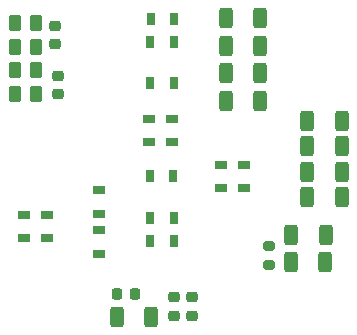
<source format=gtp>
G04 #@! TF.GenerationSoftware,KiCad,Pcbnew,(6.0.5)*
G04 #@! TF.CreationDate,2022-06-06T21:17:38+08:00*
G04 #@! TF.ProjectId,SX7H02060050-1,53583748-3032-4303-9630-3035302d312e,rev?*
G04 #@! TF.SameCoordinates,PX8af34a0PY598cce0*
G04 #@! TF.FileFunction,Paste,Top*
G04 #@! TF.FilePolarity,Positive*
%FSLAX46Y46*%
G04 Gerber Fmt 4.6, Leading zero omitted, Abs format (unit mm)*
G04 Created by KiCad (PCBNEW (6.0.5)) date 2022-06-06 21:17:38*
%MOMM*%
%LPD*%
G01*
G04 APERTURE LIST*
G04 Aperture macros list*
%AMRoundRect*
0 Rectangle with rounded corners*
0 $1 Rounding radius*
0 $2 $3 $4 $5 $6 $7 $8 $9 X,Y pos of 4 corners*
0 Add a 4 corners polygon primitive as box body*
4,1,4,$2,$3,$4,$5,$6,$7,$8,$9,$2,$3,0*
0 Add four circle primitives for the rounded corners*
1,1,$1+$1,$2,$3*
1,1,$1+$1,$4,$5*
1,1,$1+$1,$6,$7*
1,1,$1+$1,$8,$9*
0 Add four rect primitives between the rounded corners*
20,1,$1+$1,$2,$3,$4,$5,0*
20,1,$1+$1,$4,$5,$6,$7,0*
20,1,$1+$1,$6,$7,$8,$9,0*
20,1,$1+$1,$8,$9,$2,$3,0*%
G04 Aperture macros list end*
%ADD10R,1.000000X0.800000*%
%ADD11RoundRect,0.250000X-0.262500X-0.450000X0.262500X-0.450000X0.262500X0.450000X-0.262500X0.450000X0*%
%ADD12RoundRect,0.250000X0.312500X0.625000X-0.312500X0.625000X-0.312500X-0.625000X0.312500X-0.625000X0*%
%ADD13RoundRect,0.225000X0.250000X-0.225000X0.250000X0.225000X-0.250000X0.225000X-0.250000X-0.225000X0*%
%ADD14RoundRect,0.225000X-0.250000X0.225000X-0.250000X-0.225000X0.250000X-0.225000X0.250000X0.225000X0*%
%ADD15R,0.800000X1.000000*%
%ADD16RoundRect,0.200000X-0.275000X0.200000X-0.275000X-0.200000X0.275000X-0.200000X0.275000X0.200000X0*%
%ADD17RoundRect,0.250000X0.262500X0.450000X-0.262500X0.450000X-0.262500X-0.450000X0.262500X-0.450000X0*%
%ADD18RoundRect,0.225000X0.225000X0.250000X-0.225000X0.250000X-0.225000X-0.250000X0.225000X-0.250000X0*%
G04 APERTURE END LIST*
D10*
G04 #@! TO.C,D207*
X-4075000Y11175000D03*
X-4075000Y13175000D03*
G04 #@! TD*
D11*
G04 #@! TO.C,R202*
X-6862500Y27400000D03*
X-5037500Y27400000D03*
G04 #@! TD*
D12*
G04 #@! TO.C,R211*
X19465500Y11477000D03*
X16540500Y11477000D03*
G04 #@! TD*
G04 #@! TO.C,R221*
X13937500Y22850000D03*
X11012500Y22850000D03*
G04 #@! TD*
D11*
G04 #@! TO.C,R203*
X-6862500Y23400000D03*
X-5037500Y23400000D03*
G04 #@! TD*
D12*
G04 #@! TO.C,R206*
X13937500Y25166668D03*
X11012500Y25166668D03*
G04 #@! TD*
G04 #@! TO.C,R222*
X20862500Y16811000D03*
X17937500Y16811000D03*
G04 #@! TD*
D13*
G04 #@! TO.C,C204*
X8200000Y4625000D03*
X8200000Y6175000D03*
G04 #@! TD*
D10*
G04 #@! TO.C,D213*
X6450000Y21325000D03*
X6450000Y19325000D03*
G04 #@! TD*
D14*
G04 #@! TO.C,C202*
X-3200000Y24925000D03*
X-3200000Y23375000D03*
G04 #@! TD*
D10*
G04 #@! TO.C,D209*
X12575000Y17425000D03*
X12575000Y15425000D03*
G04 #@! TD*
G04 #@! TO.C,D214*
X4525000Y21325000D03*
X4525000Y19325000D03*
G04 #@! TD*
D12*
G04 #@! TO.C,R205*
X19462500Y9150000D03*
X16537500Y9150000D03*
G04 #@! TD*
D15*
G04 #@! TO.C,D201*
X4600000Y24300000D03*
X6600000Y24300000D03*
G04 #@! TD*
D10*
G04 #@! TO.C,D208*
X-6025000Y11175000D03*
X-6025000Y13175000D03*
G04 #@! TD*
G04 #@! TO.C,D204*
X300000Y13275000D03*
X300000Y15275000D03*
G04 #@! TD*
G04 #@! TO.C,D210*
X10600000Y17425000D03*
X10600000Y15425000D03*
G04 #@! TD*
D12*
G04 #@! TO.C,R207*
X20862500Y18970000D03*
X17937500Y18970000D03*
G04 #@! TD*
D16*
G04 #@! TO.C,R217*
X14700000Y10550000D03*
X14700000Y8900000D03*
G04 #@! TD*
D12*
G04 #@! TO.C,R224*
X20862500Y21129000D03*
X17937500Y21129000D03*
G04 #@! TD*
D15*
G04 #@! TO.C,D212*
X4625000Y27775000D03*
X6625000Y27775000D03*
G04 #@! TD*
D17*
G04 #@! TO.C,R204*
X-5037500Y29400000D03*
X-6862500Y29400000D03*
G04 #@! TD*
D15*
G04 #@! TO.C,D206*
X4600000Y10950000D03*
X6600000Y10950000D03*
G04 #@! TD*
D12*
G04 #@! TO.C,R223*
X13937500Y29800000D03*
X11012500Y29800000D03*
G04 #@! TD*
D15*
G04 #@! TO.C,D202*
X4575000Y16425000D03*
X6575000Y16425000D03*
G04 #@! TD*
D18*
G04 #@! TO.C,C201*
X3375000Y6450000D03*
X1825000Y6450000D03*
G04 #@! TD*
D12*
G04 #@! TO.C,R219*
X20862500Y14652000D03*
X17937500Y14652000D03*
G04 #@! TD*
D10*
G04 #@! TO.C,D203*
X275000Y11850000D03*
X275000Y9850000D03*
G04 #@! TD*
D12*
G04 #@! TO.C,R228*
X4712500Y4550000D03*
X1787500Y4550000D03*
G04 #@! TD*
G04 #@! TO.C,R220*
X13937500Y27483334D03*
X11012500Y27483334D03*
G04 #@! TD*
D14*
G04 #@! TO.C,C203*
X-3450000Y29175000D03*
X-3450000Y27625000D03*
G04 #@! TD*
D15*
G04 #@! TO.C,D211*
X4650000Y29750000D03*
X6650000Y29750000D03*
G04 #@! TD*
D11*
G04 #@! TO.C,R201*
X-6862500Y25400000D03*
X-5037500Y25400000D03*
G04 #@! TD*
D13*
G04 #@! TO.C,C205*
X6600000Y4625000D03*
X6600000Y6175000D03*
G04 #@! TD*
D15*
G04 #@! TO.C,D205*
X4600000Y12925000D03*
X6600000Y12925000D03*
G04 #@! TD*
M02*

</source>
